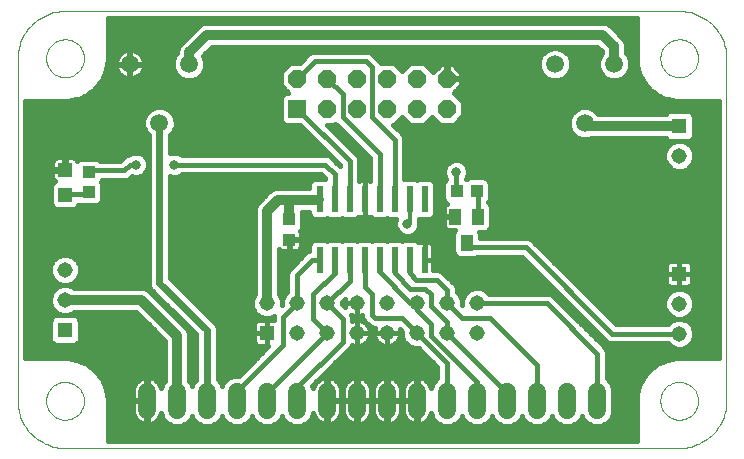
<source format=gtl>
G75*
G70*
%OFA0B0*%
%FSLAX24Y24*%
%IPPOS*%
%LPD*%
%AMOC8*
5,1,8,0,0,1.08239X$1,22.5*
%
%ADD10R,0.0600X0.0600*%
%ADD11OC8,0.0600*%
%ADD12C,0.0600*%
%ADD13C,0.0000*%
%ADD14R,0.0515X0.0515*%
%ADD15C,0.0515*%
%ADD16R,0.0236X0.0866*%
%ADD17R,0.0472X0.0472*%
%ADD18R,0.0433X0.0394*%
%ADD19R,0.0394X0.0433*%
%ADD20R,0.0394X0.0551*%
%ADD21C,0.0594*%
%ADD22C,0.0160*%
%ADD23C,0.0450*%
%ADD24C,0.0320*%
%ADD25C,0.0240*%
%ADD26C,0.0120*%
%ADD27C,0.0320*%
D10*
X013705Y014728D03*
D11*
X014705Y014728D03*
X015705Y014728D03*
X016705Y014728D03*
X017705Y014728D03*
X018705Y014728D03*
X018705Y015728D03*
X017705Y015728D03*
X016705Y015728D03*
X015705Y015728D03*
X014705Y015728D03*
X013705Y015728D03*
D12*
X013705Y005291D02*
X013705Y004691D01*
X012705Y004691D02*
X012705Y005291D01*
X011705Y005291D02*
X011705Y004691D01*
X010705Y004691D02*
X010705Y005291D01*
X009705Y005291D02*
X009705Y004691D01*
X008705Y004691D02*
X008705Y005291D01*
X014705Y005291D02*
X014705Y004691D01*
X015705Y004691D02*
X015705Y005291D01*
X016705Y005291D02*
X016705Y004691D01*
X017705Y004691D02*
X017705Y005291D01*
X018705Y005291D02*
X018705Y004691D01*
X019705Y004691D02*
X019705Y005291D01*
X020705Y005291D02*
X020705Y004691D01*
X021705Y004691D02*
X021705Y005291D01*
X022705Y005291D02*
X022705Y004691D01*
X023705Y004691D02*
X023705Y005291D01*
D13*
X026442Y003417D02*
X005969Y003417D01*
X005969Y003416D02*
X005892Y003418D01*
X005815Y003424D01*
X005738Y003433D01*
X005662Y003446D01*
X005586Y003463D01*
X005512Y003484D01*
X005438Y003508D01*
X005366Y003536D01*
X005296Y003567D01*
X005227Y003602D01*
X005159Y003640D01*
X005094Y003681D01*
X005031Y003726D01*
X004970Y003774D01*
X004911Y003824D01*
X004855Y003877D01*
X004802Y003933D01*
X004752Y003992D01*
X004704Y004053D01*
X004659Y004116D01*
X004618Y004181D01*
X004580Y004249D01*
X004545Y004318D01*
X004514Y004388D01*
X004486Y004460D01*
X004462Y004534D01*
X004441Y004608D01*
X004424Y004684D01*
X004411Y004760D01*
X004402Y004837D01*
X004396Y004914D01*
X004394Y004991D01*
X004394Y016409D01*
X004396Y016486D01*
X004402Y016563D01*
X004411Y016640D01*
X004424Y016716D01*
X004441Y016792D01*
X004462Y016866D01*
X004486Y016940D01*
X004514Y017012D01*
X004545Y017082D01*
X004580Y017151D01*
X004618Y017219D01*
X004659Y017284D01*
X004704Y017347D01*
X004752Y017408D01*
X004802Y017467D01*
X004855Y017523D01*
X004911Y017576D01*
X004970Y017626D01*
X005031Y017674D01*
X005094Y017719D01*
X005159Y017760D01*
X005227Y017798D01*
X005296Y017833D01*
X005366Y017864D01*
X005438Y017892D01*
X005512Y017916D01*
X005586Y017937D01*
X005662Y017954D01*
X005738Y017967D01*
X005815Y017976D01*
X005892Y017982D01*
X005969Y017984D01*
X026442Y017984D01*
X026519Y017982D01*
X026596Y017976D01*
X026673Y017967D01*
X026749Y017954D01*
X026825Y017937D01*
X026899Y017916D01*
X026973Y017892D01*
X027045Y017864D01*
X027115Y017833D01*
X027184Y017798D01*
X027252Y017760D01*
X027317Y017719D01*
X027380Y017674D01*
X027441Y017626D01*
X027500Y017576D01*
X027556Y017523D01*
X027609Y017467D01*
X027659Y017408D01*
X027707Y017347D01*
X027752Y017284D01*
X027793Y017219D01*
X027831Y017151D01*
X027866Y017082D01*
X027897Y017012D01*
X027925Y016940D01*
X027949Y016866D01*
X027970Y016792D01*
X027987Y016716D01*
X028000Y016640D01*
X028009Y016563D01*
X028015Y016486D01*
X028017Y016409D01*
X028016Y016409D02*
X028016Y004991D01*
X028017Y004991D02*
X028015Y004914D01*
X028009Y004837D01*
X028000Y004760D01*
X027987Y004684D01*
X027970Y004608D01*
X027949Y004534D01*
X027925Y004460D01*
X027897Y004388D01*
X027866Y004318D01*
X027831Y004249D01*
X027793Y004181D01*
X027752Y004116D01*
X027707Y004053D01*
X027659Y003992D01*
X027609Y003933D01*
X027556Y003877D01*
X027500Y003824D01*
X027441Y003774D01*
X027380Y003726D01*
X027317Y003681D01*
X027252Y003640D01*
X027184Y003602D01*
X027115Y003567D01*
X027045Y003536D01*
X026973Y003508D01*
X026899Y003484D01*
X026825Y003463D01*
X026749Y003446D01*
X026673Y003433D01*
X026596Y003424D01*
X026519Y003418D01*
X026442Y003416D01*
X026519Y003418D01*
X026596Y003424D01*
X026673Y003433D01*
X026749Y003446D01*
X026825Y003463D01*
X026899Y003484D01*
X026973Y003508D01*
X027045Y003536D01*
X027115Y003567D01*
X027184Y003602D01*
X027252Y003640D01*
X027317Y003681D01*
X027380Y003726D01*
X027441Y003774D01*
X027500Y003824D01*
X027556Y003877D01*
X027609Y003933D01*
X027659Y003992D01*
X027707Y004053D01*
X027752Y004116D01*
X027793Y004181D01*
X027831Y004249D01*
X027866Y004318D01*
X027897Y004388D01*
X027925Y004460D01*
X027949Y004534D01*
X027970Y004608D01*
X027987Y004684D01*
X028000Y004760D01*
X028009Y004837D01*
X028015Y004914D01*
X028017Y004991D01*
X025812Y004991D02*
X025814Y005041D01*
X025820Y005091D01*
X025830Y005140D01*
X025844Y005188D01*
X025861Y005235D01*
X025882Y005280D01*
X025907Y005324D01*
X025935Y005365D01*
X025967Y005404D01*
X026001Y005441D01*
X026038Y005475D01*
X026078Y005505D01*
X026120Y005532D01*
X026164Y005556D01*
X026210Y005577D01*
X026257Y005593D01*
X026305Y005606D01*
X026355Y005615D01*
X026404Y005620D01*
X026455Y005621D01*
X026505Y005618D01*
X026554Y005611D01*
X026603Y005600D01*
X026651Y005585D01*
X026697Y005567D01*
X026742Y005545D01*
X026785Y005519D01*
X026826Y005490D01*
X026865Y005458D01*
X026901Y005423D01*
X026933Y005385D01*
X026963Y005345D01*
X026990Y005302D01*
X027013Y005258D01*
X027032Y005212D01*
X027048Y005164D01*
X027060Y005115D01*
X027068Y005066D01*
X027072Y005016D01*
X027072Y004966D01*
X027068Y004916D01*
X027060Y004867D01*
X027048Y004818D01*
X027032Y004770D01*
X027013Y004724D01*
X026990Y004680D01*
X026963Y004637D01*
X026933Y004597D01*
X026901Y004559D01*
X026865Y004524D01*
X026826Y004492D01*
X026785Y004463D01*
X026742Y004437D01*
X026697Y004415D01*
X026651Y004397D01*
X026603Y004382D01*
X026554Y004371D01*
X026505Y004364D01*
X026455Y004361D01*
X026404Y004362D01*
X026355Y004367D01*
X026305Y004376D01*
X026257Y004389D01*
X026210Y004405D01*
X026164Y004426D01*
X026120Y004450D01*
X026078Y004477D01*
X026038Y004507D01*
X026001Y004541D01*
X025967Y004578D01*
X025935Y004617D01*
X025907Y004658D01*
X025882Y004702D01*
X025861Y004747D01*
X025844Y004794D01*
X025830Y004842D01*
X025820Y004891D01*
X025814Y004941D01*
X025812Y004991D01*
X028017Y016409D02*
X028015Y016486D01*
X028009Y016563D01*
X028000Y016640D01*
X027987Y016716D01*
X027970Y016792D01*
X027949Y016866D01*
X027925Y016940D01*
X027897Y017012D01*
X027866Y017082D01*
X027831Y017151D01*
X027793Y017219D01*
X027752Y017284D01*
X027707Y017347D01*
X027659Y017408D01*
X027609Y017467D01*
X027556Y017523D01*
X027500Y017576D01*
X027441Y017626D01*
X027380Y017674D01*
X027317Y017719D01*
X027252Y017760D01*
X027184Y017798D01*
X027115Y017833D01*
X027045Y017864D01*
X026973Y017892D01*
X026899Y017916D01*
X026825Y017937D01*
X026749Y017954D01*
X026673Y017967D01*
X026596Y017976D01*
X026519Y017982D01*
X026442Y017984D01*
X025812Y016409D02*
X025814Y016459D01*
X025820Y016509D01*
X025830Y016558D01*
X025844Y016606D01*
X025861Y016653D01*
X025882Y016698D01*
X025907Y016742D01*
X025935Y016783D01*
X025967Y016822D01*
X026001Y016859D01*
X026038Y016893D01*
X026078Y016923D01*
X026120Y016950D01*
X026164Y016974D01*
X026210Y016995D01*
X026257Y017011D01*
X026305Y017024D01*
X026355Y017033D01*
X026404Y017038D01*
X026455Y017039D01*
X026505Y017036D01*
X026554Y017029D01*
X026603Y017018D01*
X026651Y017003D01*
X026697Y016985D01*
X026742Y016963D01*
X026785Y016937D01*
X026826Y016908D01*
X026865Y016876D01*
X026901Y016841D01*
X026933Y016803D01*
X026963Y016763D01*
X026990Y016720D01*
X027013Y016676D01*
X027032Y016630D01*
X027048Y016582D01*
X027060Y016533D01*
X027068Y016484D01*
X027072Y016434D01*
X027072Y016384D01*
X027068Y016334D01*
X027060Y016285D01*
X027048Y016236D01*
X027032Y016188D01*
X027013Y016142D01*
X026990Y016098D01*
X026963Y016055D01*
X026933Y016015D01*
X026901Y015977D01*
X026865Y015942D01*
X026826Y015910D01*
X026785Y015881D01*
X026742Y015855D01*
X026697Y015833D01*
X026651Y015815D01*
X026603Y015800D01*
X026554Y015789D01*
X026505Y015782D01*
X026455Y015779D01*
X026404Y015780D01*
X026355Y015785D01*
X026305Y015794D01*
X026257Y015807D01*
X026210Y015823D01*
X026164Y015844D01*
X026120Y015868D01*
X026078Y015895D01*
X026038Y015925D01*
X026001Y015959D01*
X025967Y015996D01*
X025935Y016035D01*
X025907Y016076D01*
X025882Y016120D01*
X025861Y016165D01*
X025844Y016212D01*
X025830Y016260D01*
X025820Y016309D01*
X025814Y016359D01*
X025812Y016409D01*
X005969Y017984D02*
X005892Y017982D01*
X005815Y017976D01*
X005738Y017967D01*
X005662Y017954D01*
X005586Y017937D01*
X005512Y017916D01*
X005438Y017892D01*
X005366Y017864D01*
X005296Y017833D01*
X005227Y017798D01*
X005159Y017760D01*
X005094Y017719D01*
X005031Y017674D01*
X004970Y017626D01*
X004911Y017576D01*
X004855Y017523D01*
X004802Y017467D01*
X004752Y017408D01*
X004704Y017347D01*
X004659Y017284D01*
X004618Y017219D01*
X004580Y017151D01*
X004545Y017082D01*
X004514Y017012D01*
X004486Y016940D01*
X004462Y016866D01*
X004441Y016792D01*
X004424Y016716D01*
X004411Y016640D01*
X004402Y016563D01*
X004396Y016486D01*
X004394Y016409D01*
X005339Y016409D02*
X005341Y016459D01*
X005347Y016509D01*
X005357Y016558D01*
X005371Y016606D01*
X005388Y016653D01*
X005409Y016698D01*
X005434Y016742D01*
X005462Y016783D01*
X005494Y016822D01*
X005528Y016859D01*
X005565Y016893D01*
X005605Y016923D01*
X005647Y016950D01*
X005691Y016974D01*
X005737Y016995D01*
X005784Y017011D01*
X005832Y017024D01*
X005882Y017033D01*
X005931Y017038D01*
X005982Y017039D01*
X006032Y017036D01*
X006081Y017029D01*
X006130Y017018D01*
X006178Y017003D01*
X006224Y016985D01*
X006269Y016963D01*
X006312Y016937D01*
X006353Y016908D01*
X006392Y016876D01*
X006428Y016841D01*
X006460Y016803D01*
X006490Y016763D01*
X006517Y016720D01*
X006540Y016676D01*
X006559Y016630D01*
X006575Y016582D01*
X006587Y016533D01*
X006595Y016484D01*
X006599Y016434D01*
X006599Y016384D01*
X006595Y016334D01*
X006587Y016285D01*
X006575Y016236D01*
X006559Y016188D01*
X006540Y016142D01*
X006517Y016098D01*
X006490Y016055D01*
X006460Y016015D01*
X006428Y015977D01*
X006392Y015942D01*
X006353Y015910D01*
X006312Y015881D01*
X006269Y015855D01*
X006224Y015833D01*
X006178Y015815D01*
X006130Y015800D01*
X006081Y015789D01*
X006032Y015782D01*
X005982Y015779D01*
X005931Y015780D01*
X005882Y015785D01*
X005832Y015794D01*
X005784Y015807D01*
X005737Y015823D01*
X005691Y015844D01*
X005647Y015868D01*
X005605Y015895D01*
X005565Y015925D01*
X005528Y015959D01*
X005494Y015996D01*
X005462Y016035D01*
X005434Y016076D01*
X005409Y016120D01*
X005388Y016165D01*
X005371Y016212D01*
X005357Y016260D01*
X005347Y016309D01*
X005341Y016359D01*
X005339Y016409D01*
X004394Y004991D02*
X004396Y004914D01*
X004402Y004837D01*
X004411Y004760D01*
X004424Y004684D01*
X004441Y004608D01*
X004462Y004534D01*
X004486Y004460D01*
X004514Y004388D01*
X004545Y004318D01*
X004580Y004249D01*
X004618Y004181D01*
X004659Y004116D01*
X004704Y004053D01*
X004752Y003992D01*
X004802Y003933D01*
X004855Y003877D01*
X004911Y003824D01*
X004970Y003774D01*
X005031Y003726D01*
X005094Y003681D01*
X005159Y003640D01*
X005227Y003602D01*
X005296Y003567D01*
X005366Y003536D01*
X005438Y003508D01*
X005512Y003484D01*
X005586Y003463D01*
X005662Y003446D01*
X005738Y003433D01*
X005815Y003424D01*
X005892Y003418D01*
X005969Y003416D01*
X005339Y004991D02*
X005341Y005041D01*
X005347Y005091D01*
X005357Y005140D01*
X005371Y005188D01*
X005388Y005235D01*
X005409Y005280D01*
X005434Y005324D01*
X005462Y005365D01*
X005494Y005404D01*
X005528Y005441D01*
X005565Y005475D01*
X005605Y005505D01*
X005647Y005532D01*
X005691Y005556D01*
X005737Y005577D01*
X005784Y005593D01*
X005832Y005606D01*
X005882Y005615D01*
X005931Y005620D01*
X005982Y005621D01*
X006032Y005618D01*
X006081Y005611D01*
X006130Y005600D01*
X006178Y005585D01*
X006224Y005567D01*
X006269Y005545D01*
X006312Y005519D01*
X006353Y005490D01*
X006392Y005458D01*
X006428Y005423D01*
X006460Y005385D01*
X006490Y005345D01*
X006517Y005302D01*
X006540Y005258D01*
X006559Y005212D01*
X006575Y005164D01*
X006587Y005115D01*
X006595Y005066D01*
X006599Y005016D01*
X006599Y004966D01*
X006595Y004916D01*
X006587Y004867D01*
X006575Y004818D01*
X006559Y004770D01*
X006540Y004724D01*
X006517Y004680D01*
X006490Y004637D01*
X006460Y004597D01*
X006428Y004559D01*
X006392Y004524D01*
X006353Y004492D01*
X006312Y004463D01*
X006269Y004437D01*
X006224Y004415D01*
X006178Y004397D01*
X006130Y004382D01*
X006081Y004371D01*
X006032Y004364D01*
X005982Y004361D01*
X005931Y004362D01*
X005882Y004367D01*
X005832Y004376D01*
X005784Y004389D01*
X005737Y004405D01*
X005691Y004426D01*
X005647Y004450D01*
X005605Y004477D01*
X005565Y004507D01*
X005528Y004541D01*
X005494Y004578D01*
X005462Y004617D01*
X005434Y004658D01*
X005409Y004702D01*
X005388Y004747D01*
X005371Y004794D01*
X005357Y004842D01*
X005347Y004891D01*
X005341Y004941D01*
X005339Y004991D01*
D14*
X005969Y007354D03*
X012705Y007247D03*
X026442Y009224D03*
X026442Y014153D03*
D15*
X026442Y013153D03*
X026442Y008224D03*
X026442Y007224D03*
X019705Y007247D03*
X018705Y007247D03*
X017705Y007247D03*
X016705Y007247D03*
X015705Y007247D03*
X014705Y007247D03*
X013705Y007247D03*
X013705Y008247D03*
X012705Y008247D03*
X014705Y008247D03*
X015705Y008247D03*
X016705Y008247D03*
X017705Y008247D03*
X018705Y008247D03*
X019705Y008247D03*
X005969Y008354D03*
X005969Y009354D03*
D16*
X014455Y009677D03*
X014955Y009677D03*
X015455Y009677D03*
X015955Y009677D03*
X016455Y009677D03*
X016955Y009677D03*
X017455Y009677D03*
X017955Y009677D03*
X017955Y011724D03*
X017455Y011724D03*
X016955Y011724D03*
X016455Y011724D03*
X015955Y011724D03*
X015455Y011724D03*
X014955Y011724D03*
X014455Y011724D03*
D17*
X005969Y011862D03*
X005969Y012688D03*
D18*
X006757Y012610D03*
X006757Y011940D03*
D19*
X013449Y011035D03*
X013449Y010366D03*
X019020Y011980D03*
X019690Y011980D03*
D20*
X019729Y011133D03*
X018981Y011133D03*
X019355Y010267D03*
D21*
X023292Y014243D03*
X024276Y016212D03*
X022308Y016212D03*
X010103Y016212D03*
X008134Y016212D03*
X009119Y014243D03*
D22*
X008622Y014039D02*
X004634Y014039D01*
X004634Y013881D02*
X008722Y013881D01*
X008759Y013844D02*
X008759Y009000D01*
X008759Y008857D01*
X008814Y008725D01*
X010334Y007205D01*
X010334Y005683D01*
X010248Y005597D01*
X010205Y005495D01*
X010163Y005597D01*
X010105Y005655D01*
X010105Y007081D01*
X010105Y007240D01*
X010044Y007387D01*
X008739Y008693D01*
X008592Y008754D01*
X008433Y008754D01*
X006273Y008754D01*
X006251Y008775D01*
X006068Y008851D01*
X005870Y008851D01*
X005687Y008775D01*
X005547Y008635D01*
X005472Y008453D01*
X005472Y008255D01*
X005547Y008072D01*
X005687Y007932D01*
X005870Y007856D01*
X006068Y007856D01*
X006251Y007932D01*
X006273Y007954D01*
X008347Y007954D01*
X009305Y006995D01*
X009305Y005655D01*
X009248Y005597D01*
X009171Y005412D01*
X009150Y005476D01*
X009116Y005543D01*
X009071Y005604D01*
X009018Y005658D01*
X008957Y005702D01*
X008890Y005736D01*
X008818Y005760D01*
X008743Y005771D01*
X008725Y005771D01*
X008725Y005012D01*
X008685Y005012D01*
X008685Y005771D01*
X008668Y005771D01*
X008593Y005760D01*
X008521Y005736D01*
X008454Y005702D01*
X008393Y005658D01*
X008339Y005604D01*
X008295Y005543D01*
X008261Y005476D01*
X008237Y005404D01*
X008225Y005329D01*
X008225Y005011D01*
X008685Y005011D01*
X008685Y004971D01*
X008725Y004971D01*
X008725Y004211D01*
X008743Y004211D01*
X008818Y004223D01*
X008890Y004247D01*
X008957Y004281D01*
X009018Y004325D01*
X009071Y004379D01*
X009116Y004440D01*
X009150Y004507D01*
X009171Y004571D01*
X009248Y004386D01*
X009399Y004234D01*
X009598Y004151D01*
X009813Y004151D01*
X010011Y004234D01*
X010163Y004386D01*
X010205Y004488D01*
X010248Y004386D01*
X010399Y004234D01*
X010598Y004151D01*
X010813Y004151D01*
X011011Y004234D01*
X011163Y004386D01*
X011205Y004488D01*
X011248Y004386D01*
X011399Y004234D01*
X011598Y004151D01*
X011813Y004151D01*
X012011Y004234D01*
X012163Y004386D01*
X012205Y004488D01*
X012248Y004386D01*
X012399Y004234D01*
X012598Y004151D01*
X012813Y004151D01*
X013011Y004234D01*
X013163Y004386D01*
X013205Y004488D01*
X013248Y004386D01*
X013399Y004234D01*
X013598Y004151D01*
X013813Y004151D01*
X014011Y004234D01*
X014163Y004386D01*
X014240Y004571D01*
X014261Y004507D01*
X014295Y004440D01*
X014339Y004379D01*
X014393Y004325D01*
X014454Y004281D01*
X014521Y004247D01*
X014593Y004223D01*
X014668Y004211D01*
X014685Y004211D01*
X014685Y004971D01*
X014725Y004971D01*
X014725Y004211D01*
X014743Y004211D01*
X014818Y004223D01*
X014890Y004247D01*
X014957Y004281D01*
X015018Y004325D01*
X015071Y004379D01*
X015116Y004440D01*
X015150Y004507D01*
X015174Y004579D01*
X015185Y004654D01*
X015185Y004971D01*
X014726Y004971D01*
X014726Y005011D01*
X015185Y005011D01*
X015185Y005329D01*
X015174Y005404D01*
X015150Y005476D01*
X015116Y005543D01*
X015071Y005604D01*
X015018Y005658D01*
X014957Y005702D01*
X014890Y005736D01*
X014818Y005760D01*
X014743Y005771D01*
X014725Y005771D01*
X014725Y005012D01*
X014685Y005012D01*
X014685Y005771D01*
X014668Y005771D01*
X014593Y005760D01*
X014521Y005736D01*
X014454Y005702D01*
X014393Y005658D01*
X014339Y005604D01*
X014295Y005543D01*
X014261Y005476D01*
X014240Y005412D01*
X014206Y005493D01*
X015492Y006779D01*
X015522Y006850D01*
X015537Y006842D01*
X015603Y006821D01*
X015671Y006810D01*
X015705Y006810D01*
X015705Y007247D01*
X015706Y007247D01*
X015706Y007248D01*
X016143Y007248D01*
X016143Y007282D01*
X016132Y007350D01*
X016111Y007415D01*
X016079Y007477D01*
X016039Y007532D01*
X015990Y007581D01*
X015935Y007622D01*
X015873Y007653D01*
X015808Y007674D01*
X015740Y007685D01*
X015706Y007685D01*
X015706Y007248D01*
X015705Y007248D01*
X015705Y007685D01*
X015671Y007685D01*
X015603Y007674D01*
X015541Y007654D01*
X015541Y007668D01*
X015541Y007795D01*
X015518Y007852D01*
X015537Y007842D01*
X015603Y007821D01*
X015671Y007810D01*
X015705Y007810D01*
X015705Y008247D01*
X015706Y008247D01*
X015706Y007810D01*
X015740Y007810D01*
X015808Y007821D01*
X015873Y007842D01*
X015885Y007848D01*
X015885Y007782D01*
X015934Y007665D01*
X016032Y007566D01*
X016122Y007476D01*
X016240Y007427D01*
X016306Y007427D01*
X016300Y007415D01*
X016279Y007350D01*
X016268Y007282D01*
X016268Y007248D01*
X016705Y007248D01*
X016705Y007247D01*
X016706Y007247D01*
X016706Y007248D01*
X017143Y007248D01*
X017143Y007282D01*
X017132Y007350D01*
X017123Y007377D01*
X017208Y007292D01*
X017208Y007148D01*
X017284Y006966D01*
X017424Y006826D01*
X017606Y006750D01*
X017750Y006750D01*
X018385Y006115D01*
X018385Y005735D01*
X018248Y005597D01*
X018171Y005412D01*
X018150Y005476D01*
X018116Y005543D01*
X018071Y005604D01*
X018018Y005658D01*
X017957Y005702D01*
X017890Y005736D01*
X017818Y005760D01*
X017743Y005771D01*
X017725Y005771D01*
X017725Y005012D01*
X017685Y005012D01*
X017685Y005771D01*
X017668Y005771D01*
X017593Y005760D01*
X017521Y005736D01*
X017454Y005702D01*
X017393Y005658D01*
X017339Y005604D01*
X017295Y005543D01*
X017261Y005476D01*
X017237Y005404D01*
X017225Y005329D01*
X017225Y005011D01*
X017685Y005011D01*
X017685Y004971D01*
X017725Y004971D01*
X017725Y004211D01*
X017743Y004211D01*
X017818Y004223D01*
X017890Y004247D01*
X017957Y004281D01*
X018018Y004325D01*
X018071Y004379D01*
X018116Y004440D01*
X018150Y004507D01*
X018171Y004571D01*
X018248Y004386D01*
X018399Y004234D01*
X018598Y004151D01*
X018813Y004151D01*
X019011Y004234D01*
X019163Y004386D01*
X019205Y004488D01*
X019248Y004386D01*
X019399Y004234D01*
X019598Y004151D01*
X019813Y004151D01*
X020011Y004234D01*
X020163Y004386D01*
X020205Y004488D01*
X020248Y004386D01*
X020399Y004234D01*
X020598Y004151D01*
X020813Y004151D01*
X021011Y004234D01*
X021163Y004386D01*
X021205Y004488D01*
X021248Y004386D01*
X021399Y004234D01*
X021598Y004151D01*
X021813Y004151D01*
X022011Y004234D01*
X022163Y004386D01*
X022205Y004488D01*
X022248Y004386D01*
X022399Y004234D01*
X022598Y004151D01*
X022813Y004151D01*
X023011Y004234D01*
X023163Y004386D01*
X023205Y004488D01*
X023248Y004386D01*
X023399Y004234D01*
X023598Y004151D01*
X023813Y004151D01*
X024011Y004234D01*
X024163Y004386D01*
X024245Y004584D01*
X024245Y005399D01*
X024163Y005597D01*
X024025Y005735D01*
X024025Y006630D01*
X023977Y006748D01*
X023887Y006838D01*
X022206Y008519D01*
X022088Y008567D01*
X021961Y008567D01*
X020089Y008567D01*
X019987Y008669D01*
X019804Y008745D01*
X019606Y008745D01*
X019424Y008669D01*
X019284Y008529D01*
X019208Y008346D01*
X019208Y008197D01*
X019203Y008202D01*
X019203Y008346D01*
X019127Y008529D01*
X019025Y008631D01*
X019025Y008756D01*
X018977Y008874D01*
X018552Y009298D01*
X018434Y009347D01*
X018307Y009347D01*
X018253Y009347D01*
X018253Y009676D01*
X017956Y009676D01*
X017956Y009677D01*
X018253Y009677D01*
X018253Y010133D01*
X018241Y010179D01*
X018217Y010220D01*
X018184Y010254D01*
X018143Y010277D01*
X018097Y010290D01*
X017956Y010290D01*
X017956Y009677D01*
X017955Y009677D01*
X017955Y010290D01*
X017814Y010290D01*
X017768Y010277D01*
X017753Y010269D01*
X017709Y010313D01*
X017621Y010350D01*
X017289Y010350D01*
X017205Y010315D01*
X017121Y010350D01*
X016789Y010350D01*
X016705Y010315D01*
X016621Y010350D01*
X016289Y010350D01*
X016205Y010315D01*
X016121Y010350D01*
X015789Y010350D01*
X015705Y010315D01*
X015621Y010350D01*
X015289Y010350D01*
X015205Y010315D01*
X015121Y010350D01*
X014789Y010350D01*
X014705Y010315D01*
X014621Y010350D01*
X014289Y010350D01*
X014201Y010313D01*
X014134Y010246D01*
X014097Y010157D01*
X014097Y009981D01*
X014016Y009948D01*
X013434Y009366D01*
X013385Y009248D01*
X013385Y009121D01*
X013385Y008631D01*
X013284Y008529D01*
X013208Y008346D01*
X013208Y008202D01*
X013203Y008197D01*
X013203Y008346D01*
X013127Y008529D01*
X013105Y008551D01*
X013105Y010044D01*
X013109Y010038D01*
X013142Y010005D01*
X013183Y009981D01*
X013229Y009969D01*
X013431Y009969D01*
X013431Y010347D01*
X013468Y010347D01*
X013468Y010384D01*
X013826Y010384D01*
X013826Y010606D01*
X013815Y010648D01*
X013850Y010682D01*
X013886Y010771D01*
X013886Y011284D01*
X014097Y011284D01*
X014097Y011243D01*
X014134Y011155D01*
X014201Y011087D01*
X014289Y011051D01*
X014621Y011051D01*
X014705Y011086D01*
X014789Y011051D01*
X015121Y011051D01*
X015205Y011086D01*
X015289Y011051D01*
X015621Y011051D01*
X015709Y011087D01*
X015753Y011131D01*
X015768Y011123D01*
X015814Y011111D01*
X015955Y011111D01*
X015955Y011723D01*
X015956Y011723D01*
X015956Y011111D01*
X016097Y011111D01*
X016143Y011123D01*
X016157Y011131D01*
X016201Y011087D01*
X016289Y011051D01*
X016621Y011051D01*
X016705Y011086D01*
X016789Y011051D01*
X017017Y011051D01*
X016986Y010977D01*
X016986Y010817D01*
X017047Y010670D01*
X017160Y010558D01*
X017307Y010497D01*
X017466Y010497D01*
X017613Y010558D01*
X017726Y010670D01*
X017786Y010817D01*
X017786Y010977D01*
X017755Y011052D01*
X017755Y011065D01*
X017789Y011051D01*
X018121Y011051D01*
X018209Y011087D01*
X018277Y011155D01*
X018313Y011243D01*
X018313Y012205D01*
X018277Y012293D01*
X018209Y012360D01*
X018121Y012397D01*
X017789Y012397D01*
X017705Y012362D01*
X017621Y012397D01*
X017289Y012397D01*
X017275Y012391D01*
X017275Y013627D01*
X017275Y013754D01*
X017227Y013872D01*
X016910Y014188D01*
X016929Y014188D01*
X017205Y014464D01*
X017482Y014188D01*
X017929Y014188D01*
X018205Y014464D01*
X018482Y014188D01*
X018929Y014188D01*
X019245Y014504D01*
X019245Y014951D01*
X018929Y015268D01*
X018924Y015268D01*
X019185Y015529D01*
X019185Y015708D01*
X018726Y015708D01*
X018726Y015748D01*
X019185Y015748D01*
X019185Y015926D01*
X018904Y016208D01*
X018725Y016208D01*
X018725Y015748D01*
X018685Y015748D01*
X018685Y016208D01*
X018507Y016208D01*
X018245Y015946D01*
X018245Y015951D01*
X017929Y016268D01*
X017482Y016268D01*
X017205Y015991D01*
X016929Y016268D01*
X016488Y016268D01*
X016477Y016295D01*
X016280Y016492D01*
X016190Y016582D01*
X016072Y016630D01*
X014352Y016630D01*
X014224Y016630D01*
X014107Y016582D01*
X013793Y016268D01*
X013482Y016268D01*
X013165Y015951D01*
X013165Y015504D01*
X013402Y015268D01*
X013358Y015268D01*
X013269Y015231D01*
X013202Y015164D01*
X013165Y015075D01*
X013165Y014380D01*
X013202Y014292D01*
X013269Y014224D01*
X013358Y014188D01*
X013793Y014188D01*
X015135Y012845D01*
X015135Y012813D01*
X014902Y013047D01*
X014812Y013137D01*
X014694Y013185D01*
X009857Y013185D01*
X009837Y013205D01*
X009690Y013265D01*
X009531Y013265D01*
X009479Y013244D01*
X009479Y013844D01*
X009574Y013939D01*
X009656Y014137D01*
X009656Y014350D01*
X009574Y014548D01*
X009423Y014699D01*
X009226Y014780D01*
X009012Y014780D01*
X008815Y014699D01*
X008664Y014548D01*
X008582Y014350D01*
X008582Y014137D01*
X008664Y013939D01*
X008759Y013844D01*
X008759Y013722D02*
X004634Y013722D01*
X004634Y013563D02*
X008759Y013563D01*
X008759Y013405D02*
X004634Y013405D01*
X004634Y013246D02*
X008206Y013246D01*
X008252Y013265D02*
X008105Y013205D01*
X008086Y013185D01*
X008071Y013185D01*
X007953Y013137D01*
X007805Y012989D01*
X007130Y012989D01*
X007109Y013010D01*
X007021Y013046D01*
X006492Y013046D01*
X006404Y013010D01*
X006376Y012982D01*
X006373Y012994D01*
X006349Y013035D01*
X006316Y013069D01*
X006275Y013092D01*
X006229Y013105D01*
X006007Y013105D01*
X006007Y012727D01*
X005931Y012727D01*
X005931Y013105D01*
X005709Y013105D01*
X005663Y013092D01*
X005622Y013069D01*
X005589Y013035D01*
X005565Y012994D01*
X005553Y012948D01*
X005553Y012726D01*
X005931Y012726D01*
X005931Y012650D01*
X005553Y012650D01*
X005553Y012428D01*
X005565Y012383D01*
X005589Y012342D01*
X005620Y012311D01*
X005597Y012301D01*
X005529Y012234D01*
X005493Y012146D01*
X005493Y011578D01*
X005529Y011489D01*
X005597Y011422D01*
X005685Y011385D01*
X006253Y011385D01*
X006341Y011422D01*
X006409Y011489D01*
X006426Y011531D01*
X006492Y011503D01*
X007021Y011503D01*
X007109Y011540D01*
X007176Y011607D01*
X007213Y011696D01*
X007213Y012185D01*
X007176Y012273D01*
X007175Y012275D01*
X007176Y012277D01*
X007206Y012349D01*
X008001Y012349D01*
X008119Y012397D01*
X008206Y012484D01*
X008252Y012466D01*
X008411Y012466D01*
X008558Y012526D01*
X008670Y012639D01*
X008731Y012786D01*
X008731Y012945D01*
X008670Y013092D01*
X008558Y013205D01*
X008411Y013265D01*
X008252Y013265D01*
X008457Y013246D02*
X008759Y013246D01*
X008759Y013088D02*
X008672Y013088D01*
X008731Y012929D02*
X008759Y012929D01*
X008759Y012771D02*
X008725Y012771D01*
X008759Y012612D02*
X008644Y012612D01*
X008759Y012454D02*
X008175Y012454D01*
X007938Y012669D02*
X006816Y012669D01*
X007184Y012295D02*
X008759Y012295D01*
X008759Y012137D02*
X007213Y012137D01*
X007213Y011978D02*
X008759Y011978D01*
X008759Y011819D02*
X007213Y011819D01*
X007199Y011661D02*
X008759Y011661D01*
X008759Y011502D02*
X006414Y011502D01*
X006757Y011881D02*
X005989Y011881D01*
X005969Y011862D01*
X005493Y011819D02*
X004634Y011819D01*
X004634Y011661D02*
X005493Y011661D01*
X005524Y011502D02*
X004634Y011502D01*
X004634Y011344D02*
X008759Y011344D01*
X008759Y011185D02*
X004634Y011185D01*
X004634Y011027D02*
X008759Y011027D01*
X008759Y010868D02*
X004634Y010868D01*
X004634Y010710D02*
X008759Y010710D01*
X008759Y010551D02*
X004634Y010551D01*
X004634Y010393D02*
X008759Y010393D01*
X008759Y010234D02*
X004634Y010234D01*
X004634Y010076D02*
X008759Y010076D01*
X008759Y009917D02*
X004634Y009917D01*
X004634Y009758D02*
X005670Y009758D01*
X005687Y009775D02*
X005547Y009635D01*
X005472Y009453D01*
X005472Y009255D01*
X005547Y009072D01*
X005687Y008932D01*
X005870Y008856D01*
X006068Y008856D01*
X006251Y008932D01*
X006391Y009072D01*
X006467Y009255D01*
X006467Y009453D01*
X006391Y009635D01*
X006251Y009775D01*
X006068Y009851D01*
X005870Y009851D01*
X005687Y009775D01*
X005533Y009600D02*
X004634Y009600D01*
X004634Y009441D02*
X005472Y009441D01*
X005472Y009283D02*
X004634Y009283D01*
X004634Y009124D02*
X005526Y009124D01*
X005654Y008966D02*
X004634Y008966D01*
X004634Y008807D02*
X005764Y008807D01*
X005561Y008649D02*
X004634Y008649D01*
X004634Y008490D02*
X005487Y008490D01*
X005472Y008332D02*
X004634Y008332D01*
X004634Y008173D02*
X005506Y008173D01*
X005605Y008014D02*
X004634Y008014D01*
X004634Y007856D02*
X008445Y007856D01*
X008603Y007697D02*
X006451Y007697D01*
X006467Y007659D02*
X006430Y007747D01*
X006363Y007815D01*
X006274Y007851D01*
X005664Y007851D01*
X005576Y007815D01*
X005508Y007747D01*
X005472Y007659D01*
X005472Y007048D01*
X005508Y006960D01*
X005576Y006893D01*
X005664Y006856D01*
X006274Y006856D01*
X006363Y006893D01*
X006430Y006960D01*
X006467Y007048D01*
X006467Y007659D01*
X006467Y007539D02*
X008762Y007539D01*
X008920Y007380D02*
X006467Y007380D01*
X006467Y007222D02*
X009079Y007222D01*
X009237Y007063D02*
X006467Y007063D01*
X006374Y006905D02*
X009305Y006905D01*
X009305Y006746D02*
X004634Y006746D01*
X004634Y006588D02*
X009305Y006588D01*
X009305Y006429D02*
X004634Y006429D01*
X004634Y006413D02*
X004634Y014988D01*
X005930Y014988D01*
X005939Y014985D01*
X005978Y014988D01*
X006017Y014988D01*
X006025Y014991D01*
X006124Y014998D01*
X006142Y014995D01*
X006171Y015002D01*
X006202Y015004D01*
X006218Y015012D01*
X006323Y015035D01*
X006341Y015034D01*
X006370Y015045D01*
X006400Y015051D01*
X006414Y015061D01*
X006515Y015099D01*
X006533Y015101D01*
X006560Y015116D01*
X006588Y015126D01*
X006601Y015138D01*
X006696Y015190D01*
X006713Y015194D01*
X006738Y015213D01*
X006765Y015227D01*
X006776Y015241D01*
X006862Y015306D01*
X006879Y015313D01*
X006900Y015334D01*
X006925Y015353D01*
X006934Y015368D01*
X007010Y015444D01*
X007025Y015453D01*
X007044Y015478D01*
X007065Y015499D01*
X007072Y015516D01*
X007137Y015602D01*
X007151Y015613D01*
X007165Y015640D01*
X007183Y015665D01*
X007188Y015682D01*
X007240Y015777D01*
X007252Y015790D01*
X007262Y015818D01*
X007277Y015845D01*
X007279Y015863D01*
X007317Y015964D01*
X007327Y015978D01*
X007333Y016008D01*
X007344Y016037D01*
X007343Y016054D01*
X007366Y016160D01*
X007374Y016176D01*
X007376Y016207D01*
X007383Y016236D01*
X007380Y016254D01*
X007387Y016353D01*
X007390Y016361D01*
X007390Y016400D01*
X007393Y016439D01*
X007390Y016448D01*
X007390Y017744D01*
X025020Y017744D01*
X025020Y016448D01*
X025018Y016439D01*
X025020Y016400D01*
X025020Y016361D01*
X025024Y016353D01*
X025031Y016254D01*
X025028Y016236D01*
X025034Y016207D01*
X025036Y016176D01*
X025044Y016160D01*
X025067Y016054D01*
X025067Y016037D01*
X025077Y016008D01*
X025084Y015978D01*
X025094Y015964D01*
X025132Y015863D01*
X025134Y015845D01*
X025148Y015818D01*
X025159Y015790D01*
X025171Y015777D01*
X025223Y015682D01*
X025227Y015665D01*
X025246Y015640D01*
X025260Y015613D01*
X025274Y015602D01*
X025339Y015516D01*
X025346Y015499D01*
X025367Y015478D01*
X025385Y015453D01*
X025401Y015444D01*
X025477Y015368D01*
X025486Y015353D01*
X025511Y015334D01*
X025532Y015313D01*
X025548Y015306D01*
X025635Y015241D01*
X025646Y015227D01*
X025673Y015213D01*
X025697Y015194D01*
X025714Y015190D01*
X025809Y015138D01*
X025822Y015126D01*
X025851Y015116D01*
X025878Y015101D01*
X025895Y015099D01*
X025997Y015061D01*
X026011Y015051D01*
X026041Y015045D01*
X026070Y015034D01*
X026087Y015035D01*
X026193Y015012D01*
X026209Y015004D01*
X026239Y015002D01*
X026269Y014995D01*
X026286Y014998D01*
X026386Y014991D01*
X026394Y014988D01*
X026433Y014988D01*
X026472Y014985D01*
X026480Y014988D01*
X027776Y014988D01*
X027776Y006413D01*
X026480Y006413D01*
X026472Y006415D01*
X026433Y006413D01*
X026394Y006413D01*
X026386Y006409D01*
X026286Y006402D01*
X026269Y006405D01*
X026239Y006399D01*
X026209Y006397D01*
X026193Y006389D01*
X026087Y006366D01*
X026070Y006366D01*
X026041Y006356D01*
X026011Y006349D01*
X025997Y006339D01*
X025895Y006301D01*
X025878Y006299D01*
X025851Y006285D01*
X025822Y006274D01*
X025809Y006262D01*
X025714Y006210D01*
X025697Y006206D01*
X025673Y006187D01*
X025646Y006173D01*
X025635Y006159D01*
X025548Y006094D01*
X025532Y006088D01*
X025511Y006066D01*
X025486Y006048D01*
X025477Y006032D01*
X025401Y005956D01*
X025385Y005947D01*
X025367Y005923D01*
X025346Y005901D01*
X025339Y005885D01*
X025274Y005798D01*
X025260Y005787D01*
X025246Y005760D01*
X025227Y005736D01*
X025223Y005719D01*
X025171Y005624D01*
X025159Y005611D01*
X025148Y005582D01*
X025134Y005555D01*
X025132Y005538D01*
X025094Y005436D01*
X025084Y005422D01*
X025077Y005392D01*
X025067Y005363D01*
X025067Y005346D01*
X025044Y005240D01*
X025036Y005224D01*
X025034Y005194D01*
X025028Y005164D01*
X025031Y005147D01*
X025024Y005047D01*
X025020Y005039D01*
X025020Y005000D01*
X025018Y004961D01*
X025020Y004953D01*
X025020Y003657D01*
X007390Y003657D01*
X007390Y004953D01*
X007393Y004961D01*
X007390Y005000D01*
X007390Y005039D01*
X007387Y005047D01*
X007380Y005147D01*
X007383Y005164D01*
X007376Y005194D01*
X007374Y005224D01*
X007366Y005240D01*
X007343Y005346D01*
X007344Y005363D01*
X007333Y005392D01*
X007327Y005422D01*
X007317Y005436D01*
X007279Y005538D01*
X007277Y005555D01*
X007262Y005582D01*
X007252Y005611D01*
X007240Y005624D01*
X007188Y005719D01*
X007183Y005736D01*
X007165Y005760D01*
X007151Y005787D01*
X007137Y005798D01*
X007072Y005885D01*
X007065Y005901D01*
X007044Y005923D01*
X007025Y005947D01*
X007010Y005956D01*
X006934Y006032D01*
X006925Y006048D01*
X006900Y006066D01*
X006879Y006088D01*
X006862Y006094D01*
X006776Y006159D01*
X006765Y006173D01*
X006738Y006187D01*
X006713Y006206D01*
X006696Y006210D01*
X006601Y006262D01*
X006588Y006274D01*
X006560Y006285D01*
X006533Y006299D01*
X006515Y006301D01*
X006414Y006339D01*
X006400Y006349D01*
X006370Y006356D01*
X006341Y006366D01*
X006323Y006366D01*
X006218Y006389D01*
X006202Y006397D01*
X006171Y006399D01*
X006142Y006405D01*
X006124Y006402D01*
X006025Y006409D01*
X006017Y006413D01*
X005978Y006413D01*
X005939Y006415D01*
X005930Y006413D01*
X004634Y006413D01*
X004634Y006905D02*
X005564Y006905D01*
X005472Y007063D02*
X004634Y007063D01*
X004634Y007222D02*
X005472Y007222D01*
X005472Y007380D02*
X004634Y007380D01*
X004634Y007539D02*
X005472Y007539D01*
X005488Y007697D02*
X004634Y007697D01*
X006174Y008807D02*
X008779Y008807D01*
X008783Y008649D02*
X008889Y008649D01*
X008942Y008490D02*
X009048Y008490D01*
X009100Y008332D02*
X009207Y008332D01*
X009259Y008173D02*
X009365Y008173D01*
X009417Y008014D02*
X009524Y008014D01*
X009576Y007856D02*
X009682Y007856D01*
X009734Y007697D02*
X009841Y007697D01*
X009893Y007539D02*
X009999Y007539D01*
X010047Y007380D02*
X010158Y007380D01*
X010105Y007222D02*
X010316Y007222D01*
X010334Y007063D02*
X010105Y007063D01*
X010105Y006905D02*
X010334Y006905D01*
X010334Y006746D02*
X010105Y006746D01*
X010105Y006588D02*
X010334Y006588D01*
X010334Y006429D02*
X010105Y006429D01*
X010105Y006270D02*
X010334Y006270D01*
X010334Y006112D02*
X010105Y006112D01*
X010105Y005953D02*
X010334Y005953D01*
X010334Y005795D02*
X010105Y005795D01*
X010124Y005636D02*
X010286Y005636D01*
X011054Y005707D02*
X011054Y007425D01*
X010999Y007558D01*
X010897Y007659D01*
X009479Y009078D01*
X009479Y012487D01*
X009531Y012466D01*
X009690Y012466D01*
X009837Y012526D01*
X009857Y012546D01*
X014498Y012546D01*
X014635Y012408D01*
X014635Y012391D01*
X014621Y012397D01*
X014289Y012397D01*
X014201Y012360D01*
X014134Y012293D01*
X014097Y012205D01*
X014097Y012084D01*
X013529Y012084D01*
X013370Y012084D01*
X012976Y012084D01*
X012829Y012023D01*
X012717Y011911D01*
X012366Y011561D01*
X012305Y011414D01*
X012305Y011254D01*
X012305Y010817D01*
X012305Y008551D01*
X012284Y008529D01*
X012208Y008346D01*
X012208Y008148D01*
X012284Y007966D01*
X012424Y007826D01*
X012606Y007750D01*
X012804Y007750D01*
X012933Y007803D01*
X012933Y007731D01*
X012933Y007685D01*
X012706Y007685D01*
X012706Y007248D01*
X012705Y007248D01*
X012705Y007685D01*
X012424Y007685D01*
X012378Y007673D01*
X012337Y007649D01*
X012304Y007615D01*
X012280Y007574D01*
X012268Y007529D01*
X012268Y007248D01*
X012705Y007248D01*
X012705Y007247D01*
X012706Y007247D01*
X012706Y006810D01*
X012748Y006810D01*
X011770Y005831D01*
X011598Y005831D01*
X011399Y005749D01*
X011248Y005597D01*
X011205Y005495D01*
X011163Y005597D01*
X011054Y005707D01*
X011054Y005795D02*
X011510Y005795D01*
X011286Y005636D02*
X011124Y005636D01*
X011705Y005314D02*
X013253Y006862D01*
X013253Y007795D01*
X013705Y008247D01*
X013705Y009184D01*
X014197Y009677D01*
X014455Y009677D01*
X014955Y009677D02*
X014955Y009253D01*
X014237Y008535D01*
X014237Y007716D01*
X014705Y007247D01*
X012705Y005247D01*
X012705Y004991D01*
X012265Y004368D02*
X012145Y004368D01*
X011953Y004209D02*
X012458Y004209D01*
X012953Y004209D02*
X013458Y004209D01*
X013265Y004368D02*
X013145Y004368D01*
X013953Y004209D02*
X018458Y004209D01*
X018265Y004368D02*
X018061Y004368D01*
X018156Y004526D02*
X018189Y004526D01*
X017725Y004526D02*
X017685Y004526D01*
X017685Y004368D02*
X017725Y004368D01*
X017685Y004211D02*
X017685Y004971D01*
X017225Y004971D01*
X017225Y004654D01*
X017237Y004579D01*
X017261Y004507D01*
X017295Y004440D01*
X017339Y004379D01*
X017393Y004325D01*
X017454Y004281D01*
X017521Y004247D01*
X017593Y004223D01*
X017668Y004211D01*
X017685Y004211D01*
X017350Y004368D02*
X017061Y004368D01*
X017071Y004379D02*
X017116Y004440D01*
X017150Y004507D01*
X017174Y004579D01*
X017185Y004654D01*
X017185Y004971D01*
X016726Y004971D01*
X016726Y005011D01*
X017185Y005011D01*
X017185Y005329D01*
X017174Y005404D01*
X017150Y005476D01*
X017116Y005543D01*
X017071Y005604D01*
X017018Y005658D01*
X016957Y005702D01*
X016890Y005736D01*
X016818Y005760D01*
X016743Y005771D01*
X016725Y005771D01*
X016725Y005012D01*
X016685Y005012D01*
X016685Y005771D01*
X016668Y005771D01*
X016593Y005760D01*
X016521Y005736D01*
X016454Y005702D01*
X016393Y005658D01*
X016339Y005604D01*
X016295Y005543D01*
X016261Y005476D01*
X016237Y005404D01*
X016225Y005329D01*
X016225Y005011D01*
X016685Y005011D01*
X016685Y004971D01*
X016725Y004971D01*
X016725Y004211D01*
X016743Y004211D01*
X016818Y004223D01*
X016890Y004247D01*
X016957Y004281D01*
X017018Y004325D01*
X017071Y004379D01*
X017156Y004526D02*
X017254Y004526D01*
X017225Y004685D02*
X017185Y004685D01*
X017185Y004844D02*
X017225Y004844D01*
X017685Y004844D02*
X017725Y004844D01*
X017725Y004685D02*
X017685Y004685D01*
X017685Y005002D02*
X016726Y005002D01*
X016685Y005002D02*
X015726Y005002D01*
X015726Y005011D02*
X016185Y005011D01*
X016185Y005329D01*
X016174Y005404D01*
X016150Y005476D01*
X016116Y005543D01*
X016071Y005604D01*
X016018Y005658D01*
X015957Y005702D01*
X015890Y005736D01*
X015818Y005760D01*
X015743Y005771D01*
X015725Y005771D01*
X015725Y005012D01*
X015685Y005012D01*
X015685Y005771D01*
X015668Y005771D01*
X015593Y005760D01*
X015521Y005736D01*
X015454Y005702D01*
X015393Y005658D01*
X015339Y005604D01*
X015295Y005543D01*
X015261Y005476D01*
X015237Y005404D01*
X015225Y005329D01*
X015225Y005011D01*
X015685Y005011D01*
X015685Y004971D01*
X015725Y004971D01*
X015725Y004211D01*
X015743Y004211D01*
X015818Y004223D01*
X015890Y004247D01*
X015957Y004281D01*
X016018Y004325D01*
X016071Y004379D01*
X016116Y004440D01*
X016150Y004507D01*
X016174Y004579D01*
X016185Y004654D01*
X016185Y004971D01*
X015726Y004971D01*
X015726Y005011D01*
X015685Y005002D02*
X014726Y005002D01*
X014725Y004844D02*
X014685Y004844D01*
X014685Y004685D02*
X014725Y004685D01*
X014725Y004526D02*
X014685Y004526D01*
X014685Y004368D02*
X014725Y004368D01*
X015061Y004368D02*
X015350Y004368D01*
X015339Y004379D02*
X015393Y004325D01*
X015454Y004281D01*
X015521Y004247D01*
X015593Y004223D01*
X015668Y004211D01*
X015685Y004211D01*
X015685Y004971D01*
X015225Y004971D01*
X015225Y004654D01*
X015237Y004579D01*
X015261Y004507D01*
X015295Y004440D01*
X015339Y004379D01*
X015254Y004526D02*
X015156Y004526D01*
X015185Y004685D02*
X015225Y004685D01*
X015225Y004844D02*
X015185Y004844D01*
X015185Y005161D02*
X015225Y005161D01*
X015225Y005319D02*
X015185Y005319D01*
X015149Y005478D02*
X015262Y005478D01*
X015371Y005636D02*
X015039Y005636D01*
X014725Y005636D02*
X014685Y005636D01*
X014685Y005478D02*
X014725Y005478D01*
X014725Y005319D02*
X014685Y005319D01*
X014685Y005161D02*
X014725Y005161D01*
X014262Y005478D02*
X014213Y005478D01*
X014350Y005636D02*
X014371Y005636D01*
X014509Y005795D02*
X018385Y005795D01*
X018385Y005953D02*
X014667Y005953D01*
X014826Y006112D02*
X018385Y006112D01*
X018230Y006270D02*
X014984Y006270D01*
X015143Y006429D02*
X018071Y006429D01*
X017913Y006588D02*
X015301Y006588D01*
X015460Y006746D02*
X017754Y006746D01*
X017345Y006905D02*
X016978Y006905D01*
X016990Y006914D02*
X017039Y006962D01*
X017079Y007018D01*
X017111Y007079D01*
X017132Y007145D01*
X017143Y007213D01*
X017143Y007247D01*
X016706Y007247D01*
X016706Y006810D01*
X016740Y006810D01*
X016808Y006821D01*
X016873Y006842D01*
X016935Y006873D01*
X016990Y006914D01*
X017102Y007063D02*
X017243Y007063D01*
X017208Y007222D02*
X017143Y007222D01*
X017205Y007747D02*
X017705Y007247D01*
X018705Y006247D01*
X018705Y004991D01*
X018198Y005478D02*
X018149Y005478D01*
X018039Y005636D02*
X018286Y005636D01*
X017725Y005636D02*
X017685Y005636D01*
X017685Y005478D02*
X017725Y005478D01*
X017725Y005319D02*
X017685Y005319D01*
X017685Y005161D02*
X017725Y005161D01*
X017225Y005161D02*
X017185Y005161D01*
X017185Y005319D02*
X017225Y005319D01*
X017262Y005478D02*
X017149Y005478D01*
X017039Y005636D02*
X017371Y005636D01*
X016725Y005636D02*
X016685Y005636D01*
X016685Y005478D02*
X016725Y005478D01*
X016725Y005319D02*
X016685Y005319D01*
X016685Y005161D02*
X016725Y005161D01*
X016685Y004971D02*
X016225Y004971D01*
X016225Y004654D01*
X016237Y004579D01*
X016261Y004507D01*
X016295Y004440D01*
X016339Y004379D01*
X016393Y004325D01*
X016454Y004281D01*
X016521Y004247D01*
X016593Y004223D01*
X016668Y004211D01*
X016685Y004211D01*
X016685Y004971D01*
X016685Y004844D02*
X016725Y004844D01*
X016725Y004685D02*
X016685Y004685D01*
X016685Y004526D02*
X016725Y004526D01*
X016725Y004368D02*
X016685Y004368D01*
X016350Y004368D02*
X016061Y004368D01*
X016156Y004526D02*
X016254Y004526D01*
X016225Y004685D02*
X016185Y004685D01*
X016185Y004844D02*
X016225Y004844D01*
X016225Y005161D02*
X016185Y005161D01*
X016185Y005319D02*
X016225Y005319D01*
X016262Y005478D02*
X016149Y005478D01*
X016039Y005636D02*
X016371Y005636D01*
X015725Y005636D02*
X015685Y005636D01*
X015685Y005478D02*
X015725Y005478D01*
X015725Y005319D02*
X015685Y005319D01*
X015685Y005161D02*
X015725Y005161D01*
X015725Y004844D02*
X015685Y004844D01*
X015685Y004685D02*
X015725Y004685D01*
X015725Y004526D02*
X015685Y004526D01*
X015685Y004368D02*
X015725Y004368D01*
X014350Y004368D02*
X014145Y004368D01*
X014221Y004526D02*
X014254Y004526D01*
X013705Y004991D02*
X013705Y005444D01*
X015221Y006960D01*
X015221Y007732D01*
X014705Y008247D01*
X015455Y008997D01*
X015455Y009677D01*
X015955Y009677D02*
X015955Y008785D01*
X016205Y008535D01*
X016205Y007846D01*
X016304Y007747D01*
X017205Y007747D01*
X017705Y008019D02*
X018174Y007551D01*
X018174Y007157D01*
X019705Y005625D01*
X019705Y004991D01*
X019265Y004368D02*
X019145Y004368D01*
X018953Y004209D02*
X019458Y004209D01*
X019953Y004209D02*
X020458Y004209D01*
X020265Y004368D02*
X020145Y004368D01*
X020953Y004209D02*
X021458Y004209D01*
X021265Y004368D02*
X021145Y004368D01*
X020705Y004991D02*
X020705Y005247D01*
X018705Y007247D01*
X018705Y007610D01*
X018174Y008141D01*
X018174Y008535D01*
X017977Y008732D01*
X017485Y008732D01*
X016955Y009261D01*
X016955Y009677D01*
X016455Y009677D02*
X016455Y009269D01*
X017477Y008247D01*
X017705Y008247D01*
X017705Y008019D01*
X018705Y008247D02*
X018705Y008692D01*
X018371Y009027D01*
X017682Y009027D01*
X017455Y009253D01*
X017455Y009677D01*
X017955Y009758D02*
X017956Y009758D01*
X017955Y009917D02*
X017956Y009917D01*
X017955Y010076D02*
X017956Y010076D01*
X017955Y010234D02*
X017956Y010234D01*
X018204Y010234D02*
X018918Y010234D01*
X018918Y010076D02*
X018253Y010076D01*
X018253Y009917D02*
X018929Y009917D01*
X018918Y009944D02*
X018955Y009856D01*
X019022Y009788D01*
X019110Y009751D01*
X019600Y009751D01*
X019688Y009788D01*
X019689Y009790D01*
X021191Y009790D01*
X024028Y006952D01*
X024146Y006904D01*
X024273Y006904D01*
X026058Y006904D01*
X026160Y006802D01*
X026343Y006726D01*
X026541Y006726D01*
X026723Y006802D01*
X026863Y006942D01*
X026939Y007125D01*
X026939Y007323D01*
X026863Y007506D01*
X026723Y007645D01*
X026541Y007721D01*
X026343Y007721D01*
X026160Y007645D01*
X026058Y007544D01*
X024342Y007544D01*
X021505Y010381D01*
X021387Y010430D01*
X021260Y010430D01*
X019792Y010430D01*
X019792Y010590D01*
X019780Y010618D01*
X019974Y010618D01*
X020062Y010654D01*
X020129Y010722D01*
X020166Y010810D01*
X020166Y011457D01*
X020129Y011545D01*
X020068Y011606D01*
X020090Y011627D01*
X020126Y011715D01*
X020126Y012244D01*
X020090Y012332D01*
X020022Y012400D01*
X019934Y012436D01*
X019445Y012436D01*
X019357Y012400D01*
X019355Y012398D01*
X019353Y012400D01*
X019352Y012400D01*
X019410Y012540D01*
X019410Y012699D01*
X019350Y012846D01*
X019237Y012959D01*
X019090Y013019D01*
X018931Y013019D01*
X018784Y012959D01*
X018671Y012846D01*
X018610Y012699D01*
X018610Y012540D01*
X018671Y012393D01*
X018676Y012388D01*
X018620Y012332D01*
X018583Y012244D01*
X018583Y011715D01*
X018620Y011627D01*
X018687Y011560D01*
X018674Y011553D01*
X018640Y011519D01*
X018616Y011478D01*
X018604Y011433D01*
X018604Y011152D01*
X018962Y011152D01*
X018962Y011115D01*
X018604Y011115D01*
X018604Y010834D01*
X018616Y010788D01*
X018640Y010747D01*
X018674Y010714D01*
X018715Y010690D01*
X018760Y010678D01*
X018954Y010678D01*
X018918Y010590D01*
X018918Y009944D01*
X019094Y009758D02*
X018253Y009758D01*
X018253Y009600D02*
X021381Y009600D01*
X021539Y009441D02*
X018253Y009441D01*
X018567Y009283D02*
X021698Y009283D01*
X021856Y009124D02*
X018726Y009124D01*
X018884Y008966D02*
X022015Y008966D01*
X022173Y008807D02*
X019004Y008807D01*
X019025Y008649D02*
X019403Y008649D01*
X019267Y008490D02*
X019143Y008490D01*
X019203Y008332D02*
X019208Y008332D01*
X018705Y008247D02*
X019205Y007747D01*
X020142Y007747D01*
X021705Y006184D01*
X021705Y004991D01*
X022145Y004368D02*
X022265Y004368D01*
X022458Y004209D02*
X021953Y004209D01*
X022953Y004209D02*
X023458Y004209D01*
X023265Y004368D02*
X023145Y004368D01*
X023953Y004209D02*
X025020Y004209D01*
X025020Y004051D02*
X007390Y004051D01*
X007390Y004209D02*
X009458Y004209D01*
X009265Y004368D02*
X009061Y004368D01*
X009156Y004526D02*
X009189Y004526D01*
X008725Y004526D02*
X008685Y004526D01*
X008685Y004368D02*
X008725Y004368D01*
X008685Y004211D02*
X008685Y004971D01*
X008225Y004971D01*
X008225Y004654D01*
X008237Y004579D01*
X008261Y004507D01*
X008295Y004440D01*
X008339Y004379D01*
X008393Y004325D01*
X008454Y004281D01*
X008521Y004247D01*
X008593Y004223D01*
X008668Y004211D01*
X008685Y004211D01*
X008350Y004368D02*
X007390Y004368D01*
X007390Y004526D02*
X008254Y004526D01*
X008225Y004685D02*
X007390Y004685D01*
X007390Y004844D02*
X008225Y004844D01*
X008225Y005161D02*
X007382Y005161D01*
X007390Y005002D02*
X008685Y005002D01*
X008685Y004844D02*
X008725Y004844D01*
X008725Y004685D02*
X008685Y004685D01*
X008685Y005161D02*
X008725Y005161D01*
X008725Y005319D02*
X008685Y005319D01*
X008685Y005478D02*
X008725Y005478D01*
X008725Y005636D02*
X008685Y005636D01*
X008371Y005636D02*
X007233Y005636D01*
X007301Y005478D02*
X008262Y005478D01*
X008225Y005319D02*
X007349Y005319D01*
X007141Y005795D02*
X009305Y005795D01*
X009305Y005953D02*
X007014Y005953D01*
X006839Y006112D02*
X009305Y006112D01*
X009305Y006270D02*
X006592Y006270D01*
X009039Y005636D02*
X009286Y005636D01*
X009198Y005478D02*
X009149Y005478D01*
X010145Y004368D02*
X010265Y004368D01*
X010458Y004209D02*
X009953Y004209D01*
X010953Y004209D02*
X011458Y004209D01*
X011265Y004368D02*
X011145Y004368D01*
X011705Y004991D02*
X011705Y005314D01*
X011892Y005953D02*
X011054Y005953D01*
X011054Y006112D02*
X012050Y006112D01*
X012209Y006270D02*
X011054Y006270D01*
X011054Y006429D02*
X012368Y006429D01*
X012526Y006588D02*
X011054Y006588D01*
X011054Y006746D02*
X012685Y006746D01*
X012705Y006810D02*
X012705Y007247D01*
X012268Y007247D01*
X012268Y006966D01*
X012280Y006920D01*
X012304Y006879D01*
X012337Y006846D01*
X012378Y006822D01*
X012424Y006810D01*
X012705Y006810D01*
X012705Y006905D02*
X012706Y006905D01*
X012705Y007063D02*
X012706Y007063D01*
X012705Y007222D02*
X012706Y007222D01*
X012705Y007380D02*
X012706Y007380D01*
X012705Y007539D02*
X012706Y007539D01*
X012933Y007697D02*
X010859Y007697D01*
X011006Y007539D02*
X012271Y007539D01*
X012268Y007380D02*
X011054Y007380D01*
X011054Y007222D02*
X012268Y007222D01*
X012268Y007063D02*
X011054Y007063D01*
X011054Y006905D02*
X012289Y006905D01*
X012393Y007856D02*
X010700Y007856D01*
X010542Y008014D02*
X012263Y008014D01*
X012208Y008173D02*
X010383Y008173D01*
X010225Y008332D02*
X012208Y008332D01*
X012267Y008490D02*
X010066Y008490D01*
X009908Y008649D02*
X012305Y008649D01*
X012305Y008807D02*
X009749Y008807D01*
X009591Y008966D02*
X012305Y008966D01*
X012305Y009124D02*
X009479Y009124D01*
X009479Y009283D02*
X012305Y009283D01*
X012305Y009441D02*
X009479Y009441D01*
X009479Y009600D02*
X012305Y009600D01*
X012305Y009758D02*
X009479Y009758D01*
X009479Y009917D02*
X012305Y009917D01*
X012305Y010076D02*
X009479Y010076D01*
X009479Y010234D02*
X012305Y010234D01*
X012305Y010393D02*
X009479Y010393D01*
X009479Y010551D02*
X012305Y010551D01*
X012305Y010710D02*
X009479Y010710D01*
X009479Y010868D02*
X012305Y010868D01*
X012305Y011027D02*
X009479Y011027D01*
X009479Y011185D02*
X012305Y011185D01*
X012305Y011344D02*
X009479Y011344D01*
X009479Y011502D02*
X012342Y011502D01*
X012467Y011661D02*
X009479Y011661D01*
X009479Y011819D02*
X012625Y011819D01*
X012784Y011978D02*
X009479Y011978D01*
X009479Y012137D02*
X014097Y012137D01*
X014136Y012295D02*
X009479Y012295D01*
X009479Y012454D02*
X014590Y012454D01*
X014955Y012541D02*
X014631Y012866D01*
X009611Y012866D01*
X009737Y013246D02*
X014734Y013246D01*
X014861Y013088D02*
X014893Y013088D01*
X014902Y013047D02*
X014902Y013047D01*
X015019Y012929D02*
X015051Y012929D01*
X015455Y012978D02*
X013705Y014728D01*
X013165Y014673D02*
X009448Y014673D01*
X009587Y014515D02*
X013165Y014515D01*
X013175Y014356D02*
X009653Y014356D01*
X009656Y014198D02*
X013334Y014198D01*
X013941Y014039D02*
X009615Y014039D01*
X009515Y013881D02*
X014100Y013881D01*
X014258Y013722D02*
X009479Y013722D01*
X009479Y013563D02*
X014417Y013563D01*
X014576Y013405D02*
X009479Y013405D01*
X009479Y013246D02*
X009485Y013246D01*
X008331Y012866D02*
X008134Y012866D01*
X007938Y012669D01*
X007904Y013088D02*
X006282Y013088D01*
X006007Y013088D02*
X005931Y013088D01*
X005931Y012929D02*
X006007Y012929D01*
X006007Y012771D02*
X005931Y012771D01*
X005553Y012771D02*
X004634Y012771D01*
X004634Y012929D02*
X005553Y012929D01*
X005656Y013088D02*
X004634Y013088D01*
X004634Y012612D02*
X005553Y012612D01*
X005553Y012454D02*
X004634Y012454D01*
X004634Y012295D02*
X005591Y012295D01*
X005493Y012137D02*
X004634Y012137D01*
X004634Y011978D02*
X005493Y011978D01*
X006757Y011940D02*
X006757Y011881D01*
X006268Y009758D02*
X008759Y009758D01*
X008759Y009600D02*
X006406Y009600D01*
X006467Y009441D02*
X008759Y009441D01*
X008759Y009283D02*
X006467Y009283D01*
X006413Y009124D02*
X008759Y009124D01*
X008759Y008966D02*
X006285Y008966D01*
X013105Y008966D02*
X013385Y008966D01*
X013385Y009124D02*
X013105Y009124D01*
X013105Y009283D02*
X013400Y009283D01*
X013510Y009441D02*
X013105Y009441D01*
X013105Y009600D02*
X013668Y009600D01*
X013827Y009758D02*
X013105Y009758D01*
X013105Y009917D02*
X013985Y009917D01*
X014097Y010076D02*
X013812Y010076D01*
X013814Y010079D02*
X013826Y010125D01*
X013826Y010347D01*
X013468Y010347D01*
X013468Y009969D01*
X013670Y009969D01*
X013716Y009981D01*
X013757Y010005D01*
X013790Y010038D01*
X013814Y010079D01*
X013826Y010234D02*
X014129Y010234D01*
X013826Y010393D02*
X018918Y010393D01*
X018918Y010551D02*
X017597Y010551D01*
X017742Y010710D02*
X018680Y010710D01*
X018604Y010868D02*
X017786Y010868D01*
X017766Y011027D02*
X018604Y011027D01*
X018604Y011185D02*
X018290Y011185D01*
X018313Y011344D02*
X018604Y011344D01*
X018630Y011502D02*
X018313Y011502D01*
X018313Y011661D02*
X018606Y011661D01*
X018583Y011819D02*
X018313Y011819D01*
X018313Y011978D02*
X018583Y011978D01*
X018583Y012137D02*
X018313Y012137D01*
X018275Y012295D02*
X018605Y012295D01*
X018646Y012454D02*
X017275Y012454D01*
X017275Y012612D02*
X018610Y012612D01*
X018640Y012771D02*
X017275Y012771D01*
X017275Y012929D02*
X018755Y012929D01*
X019266Y012929D02*
X025996Y012929D01*
X026020Y012871D02*
X026160Y012731D01*
X026343Y012655D01*
X026541Y012655D01*
X026723Y012731D01*
X026863Y012871D01*
X026939Y013054D01*
X026939Y013252D01*
X026863Y013435D01*
X026723Y013575D01*
X026541Y013650D01*
X026343Y013650D01*
X026160Y013575D01*
X026020Y013435D01*
X025944Y013252D01*
X025944Y013054D01*
X026020Y012871D01*
X026120Y012771D02*
X019381Y012771D01*
X019410Y012612D02*
X027776Y012612D01*
X027776Y012454D02*
X019375Y012454D01*
X019010Y012619D02*
X019010Y011990D01*
X019690Y011980D02*
X019729Y011940D01*
X019729Y011133D01*
X020166Y011185D02*
X027776Y011185D01*
X027776Y011027D02*
X020166Y011027D01*
X020166Y010868D02*
X027776Y010868D01*
X027776Y010710D02*
X020117Y010710D01*
X019792Y010551D02*
X027776Y010551D01*
X027776Y010393D02*
X021476Y010393D01*
X021652Y010234D02*
X027776Y010234D01*
X027776Y010076D02*
X021810Y010076D01*
X021969Y009917D02*
X027776Y009917D01*
X027776Y009758D02*
X022127Y009758D01*
X022286Y009600D02*
X026048Y009600D01*
X026040Y009592D02*
X026016Y009551D01*
X026004Y009505D01*
X026004Y009224D01*
X026441Y009224D01*
X026441Y009224D01*
X026441Y009661D01*
X026160Y009661D01*
X026115Y009649D01*
X026074Y009625D01*
X026040Y009592D01*
X026004Y009441D02*
X022444Y009441D01*
X022603Y009283D02*
X026004Y009283D01*
X026004Y009224D02*
X026004Y008943D01*
X026016Y008897D01*
X026040Y008856D01*
X026074Y008822D01*
X026115Y008799D01*
X026160Y008786D01*
X026441Y008786D01*
X026441Y009223D01*
X026442Y009223D01*
X026442Y008786D01*
X026723Y008786D01*
X026769Y008799D01*
X026810Y008822D01*
X026843Y008856D01*
X026867Y008897D01*
X026879Y008943D01*
X026879Y009224D01*
X026879Y009505D01*
X026867Y009551D01*
X026843Y009592D01*
X026810Y009625D01*
X026769Y009649D01*
X026723Y009661D01*
X026442Y009661D01*
X026442Y009224D01*
X026879Y009224D01*
X026442Y009224D01*
X026442Y009224D01*
X026441Y009224D01*
X026004Y009224D01*
X026004Y009124D02*
X022761Y009124D01*
X022920Y008966D02*
X026004Y008966D01*
X026100Y008807D02*
X023078Y008807D01*
X023237Y008649D02*
X026167Y008649D01*
X026160Y008645D02*
X026020Y008506D01*
X025944Y008323D01*
X025944Y008125D01*
X026020Y007942D01*
X026160Y007802D01*
X026343Y007726D01*
X026541Y007726D01*
X026723Y007802D01*
X026863Y007942D01*
X026939Y008125D01*
X026939Y008323D01*
X026863Y008506D01*
X026723Y008645D01*
X026541Y008721D01*
X026343Y008721D01*
X026160Y008645D01*
X026013Y008490D02*
X023396Y008490D01*
X023554Y008332D02*
X025948Y008332D01*
X025944Y008173D02*
X023713Y008173D01*
X023871Y008014D02*
X025990Y008014D01*
X026106Y007856D02*
X024030Y007856D01*
X024188Y007697D02*
X026285Y007697D01*
X026598Y007697D02*
X027776Y007697D01*
X027776Y007539D02*
X026830Y007539D01*
X026915Y007380D02*
X027776Y007380D01*
X027776Y007222D02*
X026939Y007222D01*
X026913Y007063D02*
X027776Y007063D01*
X027776Y006905D02*
X026826Y006905D01*
X026588Y006746D02*
X027776Y006746D01*
X027776Y006588D02*
X024025Y006588D01*
X024025Y006429D02*
X027776Y006429D01*
X026295Y006746D02*
X023977Y006746D01*
X023820Y006905D02*
X024143Y006905D01*
X023917Y007063D02*
X023661Y007063D01*
X023759Y007222D02*
X023502Y007222D01*
X023600Y007380D02*
X023344Y007380D01*
X023442Y007539D02*
X023185Y007539D01*
X023283Y007697D02*
X023027Y007697D01*
X023125Y007856D02*
X022868Y007856D01*
X022966Y008014D02*
X022710Y008014D01*
X022807Y008173D02*
X022551Y008173D01*
X022649Y008332D02*
X022393Y008332D01*
X022490Y008490D02*
X022234Y008490D01*
X022332Y008649D02*
X020008Y008649D01*
X019705Y008247D02*
X022024Y008247D01*
X023705Y006566D01*
X023705Y004991D01*
X024245Y005002D02*
X025020Y005002D01*
X025020Y004844D02*
X024245Y004844D01*
X024245Y004685D02*
X025020Y004685D01*
X025020Y004526D02*
X024221Y004526D01*
X024145Y004368D02*
X025020Y004368D01*
X025020Y003892D02*
X007390Y003892D01*
X007390Y003734D02*
X025020Y003734D01*
X025028Y005161D02*
X024245Y005161D01*
X024245Y005319D02*
X025062Y005319D01*
X025109Y005478D02*
X024213Y005478D01*
X024124Y005636D02*
X025178Y005636D01*
X025270Y005795D02*
X024025Y005795D01*
X024025Y005953D02*
X025396Y005953D01*
X025572Y006112D02*
X024025Y006112D01*
X024025Y006270D02*
X025819Y006270D01*
X026442Y007224D02*
X024209Y007224D01*
X021323Y010110D01*
X019512Y010110D01*
X019355Y010267D01*
X019616Y009758D02*
X021222Y009758D01*
X020166Y011344D02*
X027776Y011344D01*
X027776Y011502D02*
X020147Y011502D01*
X020104Y011661D02*
X027776Y011661D01*
X027776Y011819D02*
X020126Y011819D01*
X020126Y011978D02*
X027776Y011978D01*
X027776Y012137D02*
X020126Y012137D01*
X020105Y012295D02*
X027776Y012295D01*
X027776Y012771D02*
X026763Y012771D01*
X026887Y012929D02*
X027776Y012929D01*
X027776Y013088D02*
X026939Y013088D01*
X026939Y013246D02*
X027776Y013246D01*
X027776Y013405D02*
X026876Y013405D01*
X026734Y013563D02*
X027776Y013563D01*
X027776Y013722D02*
X026865Y013722D01*
X026835Y013692D02*
X026902Y013759D01*
X026939Y013848D01*
X026939Y014458D01*
X026902Y014546D01*
X026835Y014614D01*
X026747Y014650D01*
X026136Y014650D01*
X026048Y014614D01*
X025987Y014553D01*
X023742Y014553D01*
X023596Y014699D01*
X023399Y014780D01*
X023185Y014780D01*
X022988Y014699D01*
X022837Y014548D01*
X022755Y014350D01*
X022755Y014137D01*
X022837Y013939D01*
X022988Y013788D01*
X023185Y013707D01*
X023399Y013707D01*
X023510Y013753D01*
X025987Y013753D01*
X026048Y013692D01*
X026136Y013655D01*
X026747Y013655D01*
X026835Y013692D01*
X026939Y013881D02*
X027776Y013881D01*
X027776Y014039D02*
X026939Y014039D01*
X026939Y014198D02*
X027776Y014198D01*
X027776Y014356D02*
X026939Y014356D01*
X026916Y014515D02*
X027776Y014515D01*
X027776Y014673D02*
X023621Y014673D01*
X022963Y014673D02*
X019245Y014673D01*
X019245Y014515D02*
X022823Y014515D01*
X022758Y014356D02*
X019097Y014356D01*
X018939Y014198D02*
X022755Y014198D01*
X022796Y014039D02*
X017059Y014039D01*
X016939Y014198D02*
X017472Y014198D01*
X017313Y014356D02*
X017097Y014356D01*
X017939Y014198D02*
X018472Y014198D01*
X018313Y014356D02*
X018097Y014356D01*
X017218Y013881D02*
X022896Y013881D01*
X023148Y013722D02*
X017275Y013722D01*
X017275Y013563D02*
X026149Y013563D01*
X026018Y013722D02*
X023436Y013722D01*
X025944Y013246D02*
X017275Y013246D01*
X017275Y013088D02*
X025944Y013088D01*
X026008Y013405D02*
X017275Y013405D01*
X016955Y013690D02*
X016205Y014440D01*
X016205Y016114D01*
X016009Y016310D01*
X014288Y016310D01*
X013705Y015728D01*
X013314Y016100D02*
X010638Y016100D01*
X010640Y016105D02*
X010558Y015908D01*
X010407Y015757D01*
X010210Y015675D01*
X009996Y015675D01*
X009799Y015757D01*
X009648Y015908D01*
X009566Y016105D01*
X009566Y016319D01*
X009648Y016516D01*
X009703Y016571D01*
X009703Y016685D01*
X009764Y016832D01*
X010354Y017423D01*
X010467Y017535D01*
X010614Y017596D01*
X023962Y017596D01*
X024109Y017535D01*
X024222Y017423D01*
X024615Y017029D01*
X024676Y016882D01*
X024676Y016723D01*
X024676Y016571D01*
X024731Y016516D01*
X024813Y016319D01*
X024813Y016105D01*
X024731Y015908D01*
X024580Y015757D01*
X024383Y015675D01*
X024169Y015675D01*
X023972Y015757D01*
X023821Y015908D01*
X023739Y016105D01*
X023739Y016319D01*
X023821Y016516D01*
X023876Y016571D01*
X023876Y016637D01*
X023717Y016796D01*
X010859Y016796D01*
X010564Y016501D01*
X010640Y016319D01*
X010640Y016105D01*
X010640Y016259D02*
X013473Y016259D01*
X013165Y015942D02*
X010572Y015942D01*
X010433Y015783D02*
X013165Y015783D01*
X013165Y015625D02*
X007157Y015625D01*
X007246Y015783D02*
X007926Y015783D01*
X007951Y015770D02*
X008023Y015747D01*
X008097Y015735D01*
X008116Y015735D01*
X008116Y016193D01*
X008153Y016193D01*
X008153Y015735D01*
X008172Y015735D01*
X008246Y015747D01*
X008318Y015770D01*
X008384Y015804D01*
X008445Y015848D01*
X008498Y015901D01*
X008542Y015962D01*
X008576Y016029D01*
X008600Y016100D01*
X009568Y016100D01*
X009566Y016259D02*
X008610Y016259D01*
X008611Y016249D02*
X008600Y016324D01*
X008576Y016395D01*
X008542Y016462D01*
X008498Y016523D01*
X008445Y016576D01*
X009703Y016576D01*
X009723Y016734D02*
X007390Y016734D01*
X007390Y016576D02*
X007824Y016576D01*
X007771Y016523D01*
X007727Y016462D01*
X007693Y016395D01*
X007669Y016324D01*
X007658Y016249D01*
X007658Y016230D01*
X008116Y016230D01*
X008116Y016193D01*
X007658Y016193D01*
X007658Y016174D01*
X007669Y016100D01*
X007353Y016100D01*
X007380Y016259D02*
X007659Y016259D01*
X007669Y016100D02*
X007693Y016029D01*
X007727Y015962D01*
X007771Y015901D01*
X007824Y015848D01*
X007885Y015804D01*
X007951Y015770D01*
X008116Y015783D02*
X008153Y015783D01*
X008153Y015942D02*
X008116Y015942D01*
X008116Y016100D02*
X008153Y016100D01*
X008153Y016193D02*
X008153Y016230D01*
X008611Y016230D01*
X008611Y016249D01*
X008611Y016193D02*
X008153Y016193D01*
X008153Y016231D02*
X008116Y016231D01*
X008116Y016689D01*
X008097Y016689D01*
X008023Y016677D01*
X007951Y016654D01*
X007885Y016620D01*
X007824Y016576D01*
X007704Y016417D02*
X007391Y016417D01*
X007390Y016893D02*
X009825Y016893D01*
X009983Y017051D02*
X007390Y017051D01*
X007390Y017210D02*
X010142Y017210D01*
X010300Y017369D02*
X007390Y017369D01*
X007390Y017527D02*
X010459Y017527D01*
X010797Y016734D02*
X022166Y016734D01*
X022201Y016749D02*
X022004Y016667D01*
X021853Y016516D01*
X021771Y016319D01*
X021771Y016105D01*
X021853Y015908D01*
X022004Y015757D01*
X022201Y015675D01*
X022414Y015675D01*
X022612Y015757D01*
X022763Y015908D01*
X022845Y016105D01*
X022845Y016319D01*
X022763Y016516D01*
X022612Y016667D01*
X022414Y016749D01*
X022201Y016749D01*
X022449Y016734D02*
X023779Y016734D01*
X023876Y016576D02*
X022703Y016576D01*
X022804Y016417D02*
X023780Y016417D01*
X023739Y016259D02*
X022845Y016259D01*
X022842Y016100D02*
X023741Y016100D01*
X023807Y015942D02*
X022777Y015942D01*
X022638Y015783D02*
X023946Y015783D01*
X024607Y015783D02*
X025165Y015783D01*
X025102Y015942D02*
X024745Y015942D01*
X024811Y016100D02*
X025057Y016100D01*
X025031Y016259D02*
X024813Y016259D01*
X024772Y016417D02*
X025019Y016417D01*
X025020Y016576D02*
X024676Y016576D01*
X024676Y016734D02*
X025020Y016734D01*
X025020Y016893D02*
X024672Y016893D01*
X024593Y017051D02*
X025020Y017051D01*
X025020Y017210D02*
X024434Y017210D01*
X024276Y017369D02*
X025020Y017369D01*
X025020Y017527D02*
X024117Y017527D01*
X025020Y017686D02*
X007390Y017686D01*
X008153Y016689D02*
X008172Y016689D01*
X008246Y016677D01*
X008318Y016654D01*
X008384Y016620D01*
X008445Y016576D01*
X008565Y016417D02*
X009607Y016417D01*
X009634Y015942D02*
X008527Y015942D01*
X008600Y016100D02*
X008611Y016174D01*
X008611Y016193D01*
X008153Y016231D02*
X008153Y016689D01*
X008153Y016576D02*
X008116Y016576D01*
X008116Y016417D02*
X008153Y016417D01*
X008153Y016259D02*
X008116Y016259D01*
X007741Y015942D02*
X007308Y015942D01*
X007035Y015466D02*
X013203Y015466D01*
X013362Y015307D02*
X006866Y015307D01*
X006621Y015149D02*
X013196Y015149D01*
X013165Y014990D02*
X006023Y014990D01*
X004634Y014832D02*
X013165Y014832D01*
X014698Y014188D02*
X014929Y014188D01*
X014975Y014234D01*
X015040Y014169D01*
X016135Y013073D01*
X016135Y012327D01*
X016097Y012337D01*
X015956Y012337D01*
X015956Y011724D01*
X015955Y011724D01*
X015955Y012337D01*
X015814Y012337D01*
X015775Y012327D01*
X015775Y012914D01*
X015775Y013041D01*
X015727Y013159D01*
X014698Y014188D01*
X014846Y014039D02*
X015170Y014039D01*
X015328Y013881D02*
X015005Y013881D01*
X015164Y013722D02*
X015487Y013722D01*
X015645Y013563D02*
X015322Y013563D01*
X015481Y013405D02*
X015804Y013405D01*
X015962Y013246D02*
X015639Y013246D01*
X015756Y013088D02*
X016121Y013088D01*
X016135Y012929D02*
X015775Y012929D01*
X015775Y012771D02*
X016135Y012771D01*
X016135Y012612D02*
X015775Y012612D01*
X015775Y012454D02*
X016135Y012454D01*
X015956Y012295D02*
X015955Y012295D01*
X015955Y012137D02*
X015956Y012137D01*
X015955Y011978D02*
X015956Y011978D01*
X015955Y011819D02*
X015956Y011819D01*
X015955Y011661D02*
X015956Y011661D01*
X015955Y011502D02*
X015956Y011502D01*
X015955Y011344D02*
X015956Y011344D01*
X015955Y011185D02*
X015956Y011185D01*
X016455Y011724D02*
X016455Y013206D01*
X015221Y014440D01*
X015221Y015212D01*
X014705Y015728D01*
X013942Y016417D02*
X010599Y016417D01*
X010639Y016576D02*
X014101Y016576D01*
X016196Y016576D02*
X021912Y016576D01*
X021812Y016417D02*
X016354Y016417D01*
X016938Y016259D02*
X017473Y016259D01*
X017314Y016100D02*
X017096Y016100D01*
X017938Y016259D02*
X021771Y016259D01*
X021773Y016100D02*
X019012Y016100D01*
X019170Y015942D02*
X021839Y015942D01*
X021977Y015783D02*
X019185Y015783D01*
X019185Y015625D02*
X025254Y015625D01*
X025376Y015466D02*
X019122Y015466D01*
X018964Y015307D02*
X025545Y015307D01*
X025790Y015149D02*
X019048Y015149D01*
X019206Y014990D02*
X026387Y014990D01*
X027776Y014832D02*
X019245Y014832D01*
X018725Y015783D02*
X018685Y015783D01*
X018685Y015942D02*
X018725Y015942D01*
X018725Y016100D02*
X018685Y016100D01*
X018399Y016100D02*
X018096Y016100D01*
X015011Y014198D02*
X014939Y014198D01*
X015455Y012978D02*
X015455Y011724D01*
X014955Y011724D02*
X014955Y012541D01*
X016955Y011724D02*
X016955Y013690D01*
X014121Y011185D02*
X013886Y011185D01*
X013886Y011027D02*
X017007Y011027D01*
X016986Y010868D02*
X013886Y010868D01*
X013861Y010710D02*
X017031Y010710D01*
X017176Y010551D02*
X013826Y010551D01*
X013468Y010234D02*
X013431Y010234D01*
X013431Y010076D02*
X013468Y010076D01*
X013385Y008807D02*
X013105Y008807D01*
X013105Y008649D02*
X013385Y008649D01*
X013267Y008490D02*
X013143Y008490D01*
X013203Y008332D02*
X013208Y008332D01*
X015203Y008292D02*
X015203Y008202D01*
X015288Y008118D01*
X015279Y008145D01*
X015268Y008213D01*
X015268Y008247D01*
X015705Y008247D01*
X015705Y008248D01*
X015268Y008248D01*
X015268Y008282D01*
X015279Y008350D01*
X015288Y008377D01*
X015203Y008292D01*
X015242Y008332D02*
X015276Y008332D01*
X015274Y008173D02*
X015232Y008173D01*
X015705Y008173D02*
X015706Y008173D01*
X015705Y008014D02*
X015706Y008014D01*
X015705Y007856D02*
X015706Y007856D01*
X015541Y007697D02*
X015920Y007697D01*
X016033Y007539D02*
X016060Y007539D01*
X016122Y007380D02*
X016289Y007380D01*
X016268Y007247D02*
X016268Y007213D01*
X016279Y007145D01*
X016300Y007079D01*
X016331Y007018D01*
X016372Y006962D01*
X016420Y006914D01*
X016476Y006873D01*
X016537Y006842D01*
X016603Y006821D01*
X016671Y006810D01*
X016705Y006810D01*
X016705Y007247D01*
X016268Y007247D01*
X016268Y007222D02*
X016143Y007222D01*
X016143Y007213D02*
X016143Y007247D01*
X015706Y007247D01*
X015706Y006810D01*
X015740Y006810D01*
X015808Y006821D01*
X015873Y006842D01*
X015935Y006873D01*
X015990Y006914D01*
X016039Y006962D01*
X016079Y007018D01*
X016111Y007079D01*
X016132Y007145D01*
X016143Y007213D01*
X016102Y007063D02*
X016308Y007063D01*
X016433Y006905D02*
X015978Y006905D01*
X015706Y006905D02*
X015705Y006905D01*
X015705Y007063D02*
X015706Y007063D01*
X015705Y007222D02*
X015706Y007222D01*
X015705Y007380D02*
X015706Y007380D01*
X015705Y007539D02*
X015706Y007539D01*
X016705Y007222D02*
X016706Y007222D01*
X016705Y007063D02*
X016706Y007063D01*
X016705Y006905D02*
X016706Y006905D01*
X026441Y008807D02*
X026442Y008807D01*
X026441Y008966D02*
X026442Y008966D01*
X026441Y009124D02*
X026442Y009124D01*
X026441Y009283D02*
X026442Y009283D01*
X026441Y009441D02*
X026442Y009441D01*
X026441Y009600D02*
X026442Y009600D01*
X026835Y009600D02*
X027776Y009600D01*
X027776Y009441D02*
X026879Y009441D01*
X026879Y009283D02*
X027776Y009283D01*
X027776Y009124D02*
X026879Y009124D01*
X026879Y008966D02*
X027776Y008966D01*
X027776Y008807D02*
X026783Y008807D01*
X026716Y008649D02*
X027776Y008649D01*
X027776Y008490D02*
X026870Y008490D01*
X026935Y008332D02*
X027776Y008332D01*
X027776Y008173D02*
X026939Y008173D01*
X026893Y008014D02*
X027776Y008014D01*
X027776Y007856D02*
X026777Y007856D01*
X009773Y015783D02*
X008343Y015783D01*
X008789Y014673D02*
X004634Y014673D01*
X004634Y014515D02*
X008650Y014515D01*
X008584Y014356D02*
X004634Y014356D01*
X004634Y014198D02*
X008582Y014198D01*
D23*
X011087Y016409D03*
X015959Y012619D03*
X013449Y009716D03*
X011924Y009716D03*
X011678Y007255D03*
X018518Y009716D03*
D24*
X014416Y011684D02*
X013449Y011684D01*
X013449Y011035D01*
X012705Y010897D02*
X012705Y011334D01*
X013056Y011684D01*
X013449Y011684D01*
X012705Y010897D02*
X012705Y008247D01*
X009705Y007161D02*
X008512Y008354D01*
X005969Y008354D01*
X009705Y007161D02*
X009705Y004991D01*
X023292Y014243D02*
X023383Y014153D01*
X026442Y014153D01*
X024276Y016212D02*
X024276Y016803D01*
X023883Y017196D01*
X010694Y017196D01*
X010103Y016606D01*
X010103Y016212D01*
D25*
X009119Y014243D02*
X009119Y008929D01*
X010694Y007354D01*
X010694Y005003D01*
X010705Y004991D01*
X014416Y011684D02*
X014455Y011724D01*
D26*
X017386Y010897D02*
X017455Y010966D01*
X017455Y011724D01*
X019010Y011990D02*
X019020Y011980D01*
X006816Y012669D02*
X006757Y012610D01*
D27*
X008331Y012866D03*
X009611Y012866D03*
X012705Y010897D03*
X017386Y010897D03*
X019010Y012619D03*
M02*

</source>
